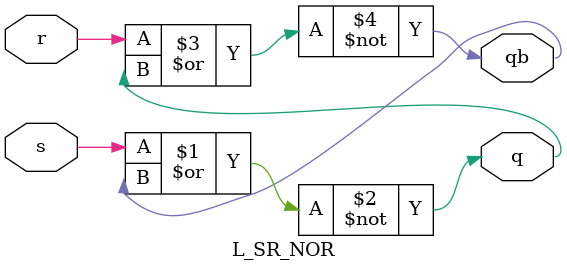
<source format=v>
`timescale 1ns / 1ps


//design CODE
module L_SR_NOR(q,qb,s,r);
input s,r;
output q,qb;
nor n1(q,s,qb);
nor n2(qb,r,q);
endmodule

</source>
